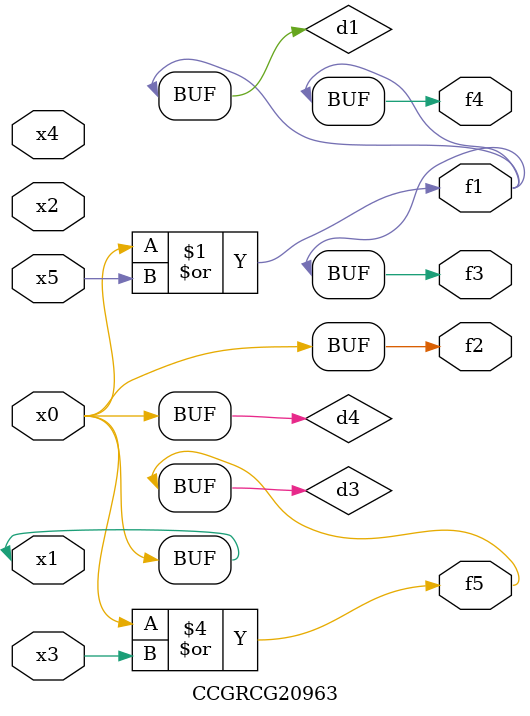
<source format=v>
module CCGRCG20963(
	input x0, x1, x2, x3, x4, x5,
	output f1, f2, f3, f4, f5
);

	wire d1, d2, d3, d4;

	or (d1, x0, x5);
	xnor (d2, x1, x4);
	or (d3, x0, x3);
	buf (d4, x0, x1);
	assign f1 = d1;
	assign f2 = d4;
	assign f3 = d1;
	assign f4 = d1;
	assign f5 = d3;
endmodule

</source>
